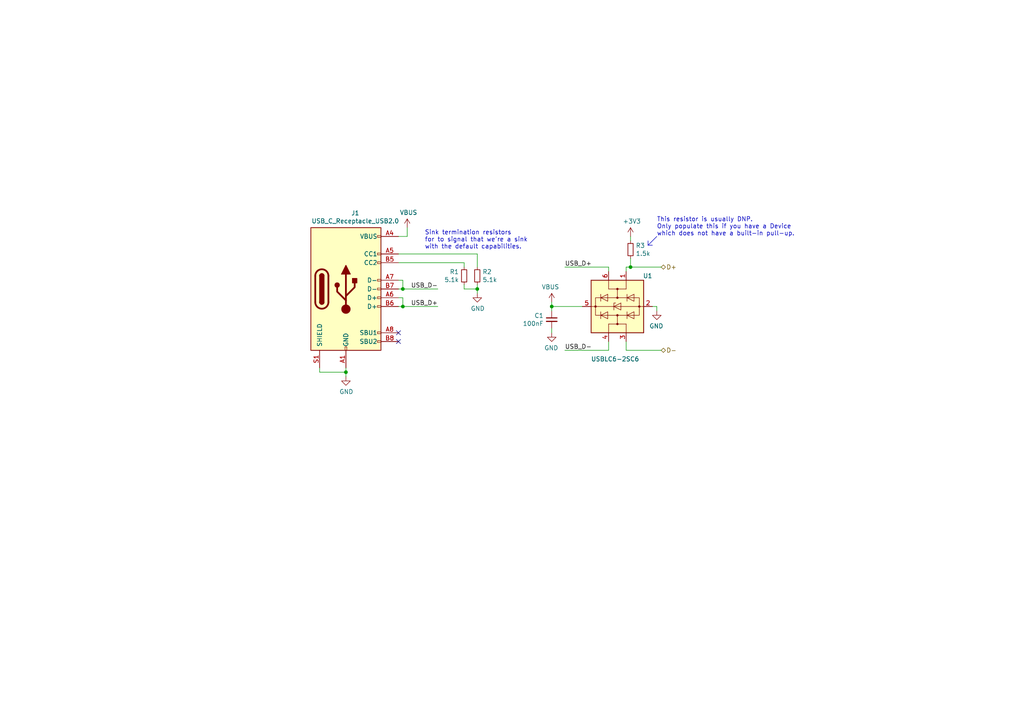
<source format=kicad_sch>
(kicad_sch (version 20230121) (generator eeschema)
  (paper "A4")
  (lib_symbols
    (symbol "Connector:USB_C_Receptacle_USB2.0" (pin_names (offset 1.016))
      (property "Reference" "J" (at -10.16 19.05 0))
      (property "Value" "USB_C_Receptacle_USB2.0" (at 19.05 19.05 0))
      (symbol "USB_C_Receptacle_USB2.0_0_0"
        (rectangle (start -0.254 -17.78) (end 0.254 -16.764))
        (rectangle (start 10.16 -14.986) (end 9.144 -15.494))
        (rectangle (start 10.16 -12.446) (end 9.144 -12.954))
        (rectangle (start 10.16 -4.826) (end 9.144 -5.334))
        (rectangle (start 10.16 -2.286) (end 9.144 -2.794))
        (rectangle (start 10.16 0.254) (end 9.144 -0.254))
        (rectangle (start 10.16 2.794) (end 9.144 2.286))
        (rectangle (start 10.16 7.874) (end 9.144 7.366))
        (rectangle (start 10.16 10.414) (end 9.144 9.906))
        (rectangle (start 10.16 15.494) (end 9.144 14.986))
      )
      (symbol "USB_C_Receptacle_USB2.0_0_1"
        (rectangle (start -10.16 17.78) (end 10.16 -17.78) (stroke (width 0.254)) (fill (type background)))
        (arc (start -8.89 -3.81) (mid -6.985 -5.7067) (end -5.08 -3.81) (stroke (width 0.508)))
        (arc (start -7.62 -3.81) (mid -6.985 -4.4423) (end -6.35 -3.81) (stroke (width 0.254)))
        (arc (start -7.62 -3.81) (mid -6.985 -4.4423) (end -6.35 -3.81) (stroke (width 0.254)) (fill (type outline)))
        (rectangle (start -7.62 -3.81) (end -6.35 3.81) (stroke (width 0.254)) (fill (type outline)))
        (arc (start -6.35 3.81) (mid -6.985 4.4423) (end -7.62 3.81) (stroke (width 0.254)))
        (arc (start -6.35 3.81) (mid -6.985 4.4423) (end -7.62 3.81) (stroke (width 0.254)) (fill (type outline)))
        (arc (start -5.08 3.81) (mid -6.985 5.7067) (end -8.89 3.81) (stroke (width 0.508)))
        (circle (center -2.54 1.143) (radius 0.635) (stroke (width 0.254)) (fill (type outline)))
        (circle (center 0 -5.842) (radius 1.27) (fill (type outline)))
        (polyline (pts (xy -8.89 -3.81) (xy -8.89 3.81)) (stroke (width 0.508)))
        (polyline (pts (xy -5.08 3.81) (xy -5.08 -3.81)) (stroke (width 0.508)))
        (polyline (pts (xy 0 -5.842) (xy 0 4.318)) (stroke (width 0.508)))
        (polyline (pts (xy 0 -3.302) (xy -2.54 -0.762) (xy -2.54 0.508)) (stroke (width 0.508)))
        (polyline (pts (xy 0 -2.032) (xy 2.54 0.508) (xy 2.54 1.778)) (stroke (width 0.508)))
        (polyline (pts (xy -1.27 4.318) (xy 0 6.858) (xy 1.27 4.318) (xy -1.27 4.318)) (stroke (width 0.254)) (fill (type outline)))
        (rectangle (start 1.905 1.778) (end 3.175 3.048) (stroke (width 0.254)) (fill (type outline)))
      )
      (symbol "USB_C_Receptacle_USB2.0_1_1"
        (pin passive line (at 0 -22.86 90) (length 5.08) (name "GND") (number "A1"))
        (pin passive line (at 0 -22.86 90) (length 5.08) hide (name "GND") (number "A12"))
        (pin passive line (at 15.24 15.24 180) (length 5.08) (name "VBUS") (number "A4"))
        (pin bidirectional line (at 15.24 10.16 180) (length 5.08) (name "CC1") (number "A5"))
        (pin bidirectional line (at 15.24 -2.54 180) (length 5.08) (name "D+") (number "A6"))
        (pin bidirectional line (at 15.24 2.54 180) (length 5.08) (name "D-") (number "A7"))
        (pin bidirectional line (at 15.24 -12.7 180) (length 5.08) (name "SBU1") (number "A8"))
        (pin passive line (at 15.24 15.24 180) (length 5.08) hide (name "VBUS") (number "A9"))
        (pin passive line (at 0 -22.86 90) (length 5.08) hide (name "GND") (number "B1"))
        (pin passive line (at 0 -22.86 90) (length 5.08) hide (name "GND") (number "B12"))
        (pin passive line (at 15.24 15.24 180) (length 5.08) hide (name "VBUS") (number "B4"))
        (pin bidirectional line (at 15.24 7.62 180) (length 5.08) (name "CC2") (number "B5"))
        (pin bidirectional line (at 15.24 -5.08 180) (length 5.08) (name "D+") (number "B6"))
        (pin bidirectional line (at 15.24 0 180) (length 5.08) (name "D-") (number "B7"))
        (pin bidirectional line (at 15.24 -15.24 180) (length 5.08) (name "SBU2") (number "B8"))
        (pin passive line (at 15.24 15.24 180) (length 5.08) hide (name "VBUS") (number "B9"))
        (pin passive line (at -7.62 -22.86 90) (length 5.08) (name "SHIELD") (number "S1"))
      )
    )
    (symbol "Device:C_Small" (pin_numbers hide) (pin_names (offset 0.254) hide)
      (property "Reference" "C" (at 0.254 1.778 0))
      (property "Value" "C_Small" (at 0.254 -2.032 0))
      (symbol "C_Small_0_1"
        (polyline (pts (xy -1.524 -0.508) (xy 1.524 -0.508)) (stroke (width 0.3302)))
        (polyline (pts (xy -1.524 0.508) (xy 1.524 0.508)) (stroke (width 0.3048)))
      )
      (symbol "C_Small_1_1"
        (pin passive line (at 0 2.54 270) (length 2.032) (name "~") (number "1"))
        (pin passive line (at 0 -2.54 90) (length 2.032) (name "~") (number "2"))
      )
    )
    (symbol "Device:R_Small" (pin_numbers hide) (pin_names (offset 0.254) hide)
      (property "Reference" "R" (at 0.762 0.508 0))
      (property "Value" "R_Small" (at 0.762 -1.016 0))
      (symbol "R_Small_0_1"
        (rectangle (start -0.762 1.778) (end 0.762 -1.778) (stroke (width 0.2032)))
      )
      (symbol "R_Small_1_1"
        (pin passive line (at 0 2.54 270) (length 0.762) (name "~") (number "1"))
        (pin passive line (at 0 -2.54 90) (length 0.762) (name "~") (number "2"))
      )
    )
    (symbol "Power_Protection:USBLC6-2SC6" (pin_names hide)
      (property "Reference" "U" (at 2.54 8.89 0))
      (property "Value" "USBLC6-2SC6" (at 2.54 -8.89 0))
      (symbol "USBLC6-2SC6_0_1"
        (rectangle (start -7.62 -7.62) (end 7.62 7.62) (stroke (width 0.254)) (fill (type background)))
        (circle (center -5.08 0) (radius 0.254) (fill (type outline)))
        (circle (center -2.54 0) (radius 0.254) (fill (type outline)))
        (rectangle (start -2.54 6.35) (end 2.54 -6.35))
        (circle (center 0 -6.35) (radius 0.254) (fill (type outline)))
        (polyline (pts (xy -5.08 -2.54) (xy -7.62 -2.54)))
        (polyline (pts (xy -5.08 0) (xy -5.08 -2.54)))
        (polyline (pts (xy -5.08 2.54) (xy -7.62 2.54)))
        (polyline (pts (xy -1.524 -2.794) (xy -3.556 -2.794)))
        (polyline (pts (xy -1.524 4.826) (xy -3.556 4.826)))
        (polyline (pts (xy 0 -7.62) (xy 0 -6.35)))
        (polyline (pts (xy 0 -6.35) (xy 0 1.27)))
        (polyline (pts (xy 0 1.27) (xy 0 6.35)))
        (polyline (pts (xy 0 6.35) (xy 0 7.62)))
        (polyline (pts (xy 1.524 -2.794) (xy 3.556 -2.794)))
        (polyline (pts (xy 1.524 4.826) (xy 3.556 4.826)))
        (polyline (pts (xy 5.08 -2.54) (xy 7.62 -2.54)))
        (polyline (pts (xy 5.08 0) (xy 5.08 -2.54)))
        (polyline (pts (xy 5.08 2.54) (xy 7.62 2.54)))
        (polyline (pts (xy -2.54 0) (xy -5.08 0) (xy -5.08 2.54)))
        (polyline (pts (xy 2.54 0) (xy 5.08 0) (xy 5.08 2.54)))
        (polyline (pts (xy -3.556 -4.826) (xy -1.524 -4.826) (xy -2.54 -2.794) (xy -3.556 -4.826)))
        (polyline (pts (xy -3.556 2.794) (xy -1.524 2.794) (xy -2.54 4.826) (xy -3.556 2.794)))
        (polyline (pts (xy -1.016 -1.016) (xy 1.016 -1.016) (xy 0 1.016) (xy -1.016 -1.016)))
        (polyline (pts (xy 1.016 1.016) (xy 0.762 1.016) (xy -1.016 1.016) (xy -1.016 0.508)))
        (polyline (pts (xy 3.556 -4.826) (xy 1.524 -4.826) (xy 2.54 -2.794) (xy 3.556 -4.826)))
        (polyline (pts (xy 3.556 2.794) (xy 1.524 2.794) (xy 2.54 4.826) (xy 3.556 2.794)))
        (circle (center 0 6.35) (radius 0.254) (fill (type outline)))
        (circle (center 2.54 0) (radius 0.254) (fill (type outline)))
        (circle (center 5.08 0) (radius 0.254) (fill (type outline)))
      )
      (symbol "USBLC6-2SC6_1_1"
        (pin passive line (at -10.16 -2.54 0) (length 2.54) (name "I/O1") (number "1"))
        (pin passive line (at 0 -10.16 90) (length 2.54) (name "GND") (number "2"))
        (pin passive line (at 10.16 -2.54 180) (length 2.54) (name "I/O2") (number "3"))
        (pin passive line (at 10.16 2.54 180) (length 2.54) (name "I/O2") (number "4"))
        (pin passive line (at 0 10.16 270) (length 2.54) (name "VBUS") (number "5"))
        (pin passive line (at -10.16 2.54 0) (length 2.54) (name "I/O1") (number "6"))
      )
    )
    (symbol "power:+3V3" (power) (pin_names (offset 0))
      (property "Value" "+3V3" (at 0 3.556 0))
      (symbol "+3V3_0_1"
        (polyline (pts (xy -0.762 1.27) (xy 0 2.54)))
        (polyline (pts (xy 0 0) (xy 0 2.54)))
        (polyline (pts (xy 0 2.54) (xy 0.762 1.27)))
      )
      (symbol "+3V3_1_1"
        (pin power_in line (at 0 0 90) (length 0) hide (name "+3V3") (number "1"))
      )
    )
    (symbol "power:GND" (power) (pin_names (offset 0))
      (property "Value" "GND" (at 0 -3.81 0))
      (symbol "GND_0_1"
        (polyline (pts (xy 0 0) (xy 0 -1.27) (xy 1.27 -1.27) (xy 0 -2.54) (xy -1.27 -1.27) (xy 0 -1.27)))
      )
      (symbol "GND_1_1"
        (pin power_in line (at 0 0 270) (length 0) hide (name "GND") (number "1"))
      )
    )
    (symbol "power:VBUS" (power) (pin_names (offset 0))
      (property "Value" "VBUS" (at 0 3.81 0))
      (symbol "VBUS_0_1"
        (polyline (pts (xy -0.762 1.27) (xy 0 2.54)))
        (polyline (pts (xy 0 0) (xy 0 2.54)))
        (polyline (pts (xy 0 2.54) (xy 0.762 1.27)))
      )
      (symbol "VBUS_1_1"
        (pin power_in line (at 0 0 90) (length 0) hide (name "VBUS") (number "1"))
      )
    )
  )
  (junction (at 116.84 83.82))
  (junction (at 100.33 107.95))
  (junction (at 116.84 88.9))
  (junction (at 138.43 83.82))
  (junction (at 182.88 77.47))
  (junction (at 160.02 88.9))
  (no_connect (at 115.57 99.06))
  (no_connect (at 115.57 96.52))
  (wire (pts (xy 116.84 88.9) (xy 127 88.9)))
  (wire (pts (xy 134.62 83.82) (xy 134.62 82.55)))
  (wire (pts (xy 181.61 101.6) (xy 191.77 101.6)))
  (wire (pts (xy 160.02 88.9) (xy 168.91 88.9)))
  (polyline (pts (xy 190.5 68.58) (xy 187.96 71.12)))
  (polyline (pts (xy 187.96 71.12) (xy 187.96 69.85)))
  (wire (pts (xy 160.02 88.9) (xy 160.02 87.63)))
  (wire (pts (xy 134.62 77.47) (xy 134.62 76.2)))
  (wire (pts (xy 190.5 88.9) (xy 190.5 90.17)))
  (wire (pts (xy 116.84 88.9) (xy 115.57 88.9)))
  (wire (pts (xy 176.53 101.6) (xy 163.83 101.6)))
  (wire (pts (xy 115.57 86.36) (xy 116.84 86.36)))
  (wire (pts (xy 118.11 66.04) (xy 118.11 68.58)))
  (wire (pts (xy 176.53 78.74) (xy 176.53 77.47)))
  (wire (pts (xy 100.33 107.95) (xy 100.33 109.22)))
  (wire (pts (xy 160.02 88.9) (xy 160.02 90.17)))
  (wire (pts (xy 138.43 83.82) (xy 134.62 83.82)))
  (wire (pts (xy 189.23 88.9) (xy 190.5 88.9)))
  (wire (pts (xy 138.43 77.47) (xy 138.43 73.66)))
  (wire (pts (xy 138.43 83.82) (xy 138.43 82.55)))
  (wire (pts (xy 182.88 77.47) (xy 191.77 77.47)))
  (wire (pts (xy 134.62 76.2) (xy 115.57 76.2)))
  (wire (pts (xy 181.61 78.74) (xy 181.61 77.47)))
  (wire (pts (xy 181.61 77.47) (xy 182.88 77.47)))
  (wire (pts (xy 138.43 73.66) (xy 115.57 73.66)))
  (wire (pts (xy 160.02 96.52) (xy 160.02 95.25)))
  (wire (pts (xy 163.83 77.47) (xy 176.53 77.47)))
  (wire (pts (xy 116.84 83.82) (xy 127 83.82)))
  (wire (pts (xy 176.53 99.06) (xy 176.53 101.6)))
  (wire (pts (xy 116.84 83.82) (xy 115.57 83.82)))
  (wire (pts (xy 182.88 68.58) (xy 182.88 69.85)))
  (wire (pts (xy 138.43 85.09) (xy 138.43 83.82)))
  (wire (pts (xy 100.33 107.95) (xy 92.71 107.95)))
  (wire (pts (xy 116.84 86.36) (xy 116.84 88.9)))
  (wire (pts (xy 100.33 106.68) (xy 100.33 107.95)))
  (wire (pts (xy 182.88 74.93) (xy 182.88 77.47)))
  (wire (pts (xy 118.11 68.58) (xy 115.57 68.58)))
  (wire (pts (xy 115.57 81.28) (xy 116.84 81.28)))
  (wire (pts (xy 116.84 81.28) (xy 116.84 83.82)))
  (wire (pts (xy 92.71 107.95) (xy 92.71 106.68)))
  (wire (pts (xy 181.61 99.06) (xy 181.61 101.6)))
  (polyline (pts (xy 187.96 71.12) (xy 189.23 71.12)))
  (text "This resistor is usually DNP.\nOnly populate this if you have a Device\nwhich does not have a built-in pull-up." (at 190.5 68.58 0) (effects (font (size 1.27 1.27)) (justify left bottom)))
  (text "Sink termination resistors\nfor to signal that we're a sink\nwith the default capabilities." (at 123.19 72.39 0) (effects (font (size 1.27 1.27)) (justify left bottom)))
  (label "USB_D-" (at 163.83 101.6 0))
  (label "USB_D-" (at 127 83.82 180))
  (label "USB_D+" (at 163.83 77.47 0))
  (label "USB_D+" (at 127 88.9 180))
  (hierarchical_label "D-" (shape bidirectional) (at 191.77 101.6 0))
  (hierarchical_label "D+" (shape bidirectional) (at 191.77 77.47 0))
  (symbol (lib_id "Connector:USB_C_Receptacle_USB2.0") (at 100.33 83.82 0) (unit 1)
    (property "Reference" "J1" (at 103.0478 61.7982 0))
    (property "Value" "USB_C_Receptacle_USB2.0" (at 103.0478 64.1096 0))
    (property "Footprint" "Connector_USB:USB_C_Receptacle_HRO_TYPE-C-31-M-12" (effects hide))
    (property "Datasheet" "https://www.usb.org/sites/default/files/documents/usb_type-c.zip" (effects hide))
    (property "JLC" "TYPE-C-31_L8.94_W7.3" (effects hide))
    (property "LCSC" "C165948" (effects hide))
  )
  (symbol (lib_id "power:VBUS") (at 118.11 66.04 0) (unit 1)
    (property "Reference" "#PWR02" (effects hide))
    (property "Value" "VBUS" (at 118.491 61.6458 0))
  )
  (symbol (lib_id "Device:R_Small") (at 134.62 80.01 0) (unit 1)
    (property "Reference" "R1" (at 133.1214 78.8416 0) (effects (justify right)))
    (property "Value" "5.1k" (at 133.1214 81.153 0) (effects (justify right)))
    (property "Footprint" "Resistor_SMD:R_0402_1005Metric" (effects hide))
    (property "JLC" "0402" (effects hide))
    (property "LCSC" "C25905" (effects hide))
  )
  (symbol (lib_id "Device:R_Small") (at 138.43 80.01 0) (unit 1)
    (property "Reference" "R2" (at 139.9286 78.8416 0) (effects (justify left)))
    (property "Value" "5.1k" (at 139.9286 81.153 0) (effects (justify left)))
    (property "Footprint" "Resistor_SMD:R_0402_1005Metric" (effects hide))
    (property "JLC" "0402" (effects hide))
    (property "LCSC" "C25905" (effects hide))
  )
  (symbol (lib_id "power:GND") (at 100.33 109.22 0) (unit 1)
    (property "Reference" "#PWR01" (effects hide))
    (property "Value" "GND" (at 100.457 113.6142 0))
  )
  (symbol (lib_id "power:GND") (at 138.43 85.09 0) (unit 1)
    (property "Reference" "#PWR03" (effects hide))
    (property "Value" "GND" (at 138.557 89.4842 0))
  )
  (symbol (lib_id "Power_Protection:USBLC6-2SC6") (at 179.07 88.9 90) (mirror x) (unit 1)
    (property "Reference" "U1" (at 189.23 80.01 90) (effects (justify left)))
    (property "Value" "USBLC6-2SC6" (at 185.42 104.14 90) (effects (justify left)))
    (property "Footprint" "Package_TO_SOT_SMD:SOT-23-6" (effects hide))
    (property "Datasheet" "https://www.st.com/resource/en/datasheet/usblc6-2.pdf" (effects hide))
    (property "JLC" "SOT-23-6L" (effects hide))
    (property "LCSC" "C7519" (effects hide))
  )
  (symbol (lib_id "power:GND") (at 190.5 90.17 0) (mirror y) (unit 1)
    (property "Reference" "#PWR04" (effects hide))
    (property "Value" "GND" (at 190.373 94.5642 0))
  )
  (symbol (lib_id "Device:C_Small") (at 160.02 92.71 0) (mirror y) (unit 1)
    (property "Reference" "C1" (at 157.6832 91.5416 0) (effects (justify left)))
    (property "Value" "100nF" (at 157.6832 93.853 0) (effects (justify left)))
    (property "Footprint" "Capacitor_SMD:C_0402_1005Metric" (effects hide))
    (property "JLC" "0402" (effects hide))
    (property "LCSC" "C1525" (effects hide))
  )
  (symbol (lib_id "power:VBUS") (at 160.02 87.63 0) (mirror y) (unit 1)
    (property "Reference" "#PWR06" (effects hide))
    (property "Value" "VBUS" (at 159.639 83.2358 0))
  )
  (symbol (lib_id "power:GND") (at 160.02 96.52 0) (mirror y) (unit 1)
    (property "Reference" "#PWR07" (effects hide))
    (property "Value" "GND" (at 159.893 100.9142 0))
  )
  (symbol (lib_id "Device:R_Small") (at 182.88 72.39 0) (unit 1)
    (property "Reference" "R3" (at 184.3786 71.2216 0) (effects (justify left)))
    (property "Value" "1.5k" (at 184.3786 73.533 0) (effects (justify left)))
    (property "Footprint" "Resistor_SMD:R_0603_1608Metric" (effects hide))
    (property "JLC" "0603" (effects hide))
    (property "LCSC" "C22843" (effects hide))
    (property "MPN" "DNP" (effects hide))
  )
  (symbol (lib_id "power:+3V3") (at 182.88 68.58 0) (unit 1)
    (property "Reference" "#PWR05" (effects hide))
    (property "Value" "+3V3" (at 183.261 64.1858 0))
  )
)
</source>
